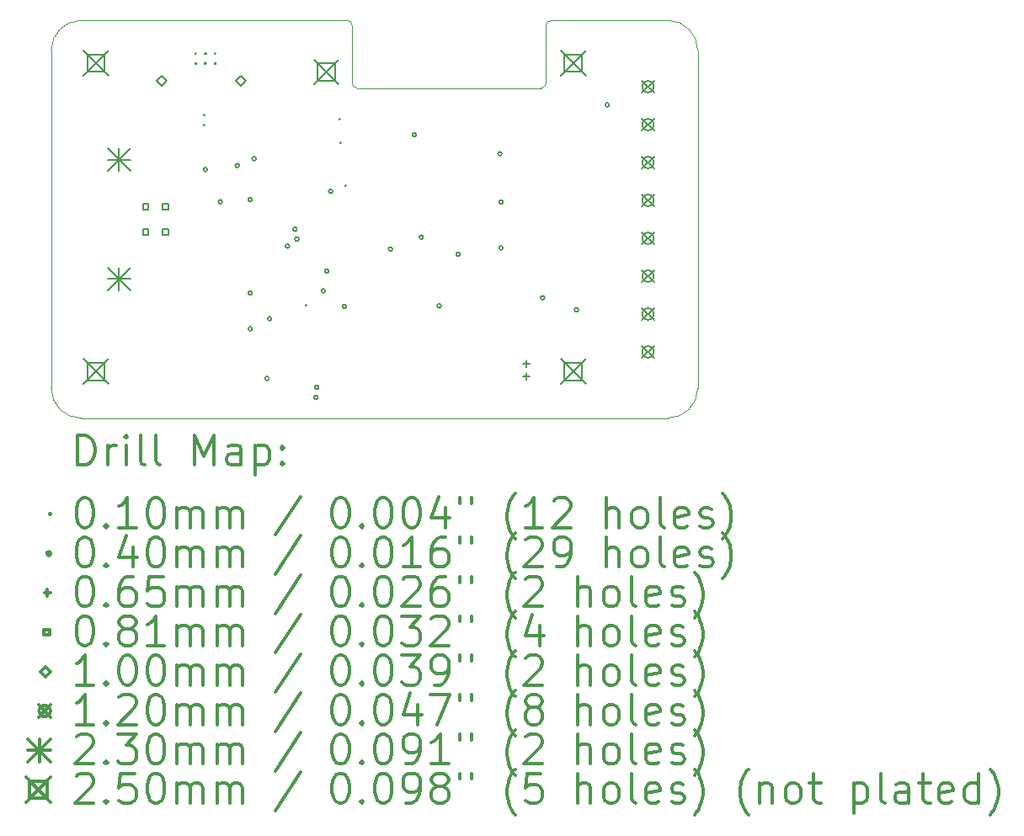
<source format=gbr>
%FSLAX45Y45*%
G04 Gerber Fmt 4.5, Leading zero omitted, Abs format (unit mm)*
G04 Created by KiCad (PCBNEW 4.0.6) date Sun Aug 12 18:14:53 2018*
%MOMM*%
%LPD*%
G01*
G04 APERTURE LIST*
%ADD10C,0.127000*%
%ADD11C,0.100000*%
%ADD12C,0.200000*%
%ADD13C,0.300000*%
G04 APERTURE END LIST*
D10*
D11*
X4925000Y3320000D02*
G75*
G03X4975000Y3370000I0J50000D01*
G01*
X3025000Y3370000D02*
G75*
G03X3075000Y3320000I50000J0D01*
G01*
X6200000Y4000000D02*
X5025000Y4000000D01*
X5025000Y4000000D02*
G75*
G03X4975000Y3950000I0J-50000D01*
G01*
X3025000Y3950000D02*
G75*
G03X2975000Y4000000I-50000J0D01*
G01*
X4975000Y3370000D02*
X4975000Y3950000D01*
X3075000Y3320000D02*
X4925000Y3320000D01*
X3025000Y3950000D02*
X3025000Y3370000D01*
X300000Y4000000D02*
X2975000Y4000000D01*
X0Y300000D02*
G75*
G03X300000Y0I300000J0D01*
G01*
X6200000Y0D02*
G75*
G03X6500000Y300000I0J300000D01*
G01*
X6500000Y3700000D02*
G75*
G03X6200000Y4000000I-300000J0D01*
G01*
X300000Y4000000D02*
G75*
G03X0Y3700000I0J-300000D01*
G01*
X0Y300000D02*
X0Y3700000D01*
X6200000Y0D02*
X300000Y0D01*
X6500000Y3700000D02*
X6500000Y300000D01*
D12*
X1445000Y3675000D02*
X1455000Y3665000D01*
X1455000Y3675000D02*
X1445000Y3665000D01*
X1445000Y3575000D02*
X1455000Y3565000D01*
X1455000Y3575000D02*
X1445000Y3565000D01*
X1535000Y3055000D02*
X1545000Y3045000D01*
X1545000Y3055000D02*
X1535000Y3045000D01*
X1535000Y2955000D02*
X1545000Y2945000D01*
X1545000Y2955000D02*
X1535000Y2945000D01*
X1545000Y3675000D02*
X1555000Y3665000D01*
X1555000Y3675000D02*
X1545000Y3665000D01*
X1545000Y3575000D02*
X1555000Y3565000D01*
X1555000Y3575000D02*
X1545000Y3565000D01*
X1645000Y3675000D02*
X1655000Y3665000D01*
X1655000Y3675000D02*
X1645000Y3665000D01*
X1645000Y3575000D02*
X1655000Y3565000D01*
X1655000Y3575000D02*
X1645000Y3565000D01*
X2556000Y1141000D02*
X2566000Y1131000D01*
X2566000Y1141000D02*
X2556000Y1131000D01*
X2895000Y3015000D02*
X2905000Y3005000D01*
X2905000Y3015000D02*
X2895000Y3005000D01*
X2905000Y2775000D02*
X2915000Y2765000D01*
X2915000Y2775000D02*
X2905000Y2765000D01*
X2955000Y2345000D02*
X2965000Y2335000D01*
X2965000Y2345000D02*
X2955000Y2335000D01*
X1570000Y2500000D02*
G75*
G03X1570000Y2500000I-20000J0D01*
G01*
X1720000Y2175000D02*
G75*
G03X1720000Y2175000I-20000J0D01*
G01*
X1890000Y2540000D02*
G75*
G03X1890000Y2540000I-20000J0D01*
G01*
X2020000Y2200000D02*
G75*
G03X2020000Y2200000I-20000J0D01*
G01*
X2020000Y1260000D02*
G75*
G03X2020000Y1260000I-20000J0D01*
G01*
X2020000Y900000D02*
G75*
G03X2020000Y900000I-20000J0D01*
G01*
X2060000Y2610000D02*
G75*
G03X2060000Y2610000I-20000J0D01*
G01*
X2190000Y400000D02*
G75*
G03X2190000Y400000I-20000J0D01*
G01*
X2215000Y1000000D02*
G75*
G03X2215000Y1000000I-20000J0D01*
G01*
X2395000Y1730000D02*
G75*
G03X2395000Y1730000I-20000J0D01*
G01*
X2470000Y1900000D02*
G75*
G03X2470000Y1900000I-20000J0D01*
G01*
X2490000Y1800000D02*
G75*
G03X2490000Y1800000I-20000J0D01*
G01*
X2680000Y210000D02*
G75*
G03X2680000Y210000I-20000J0D01*
G01*
X2690000Y310000D02*
G75*
G03X2690000Y310000I-20000J0D01*
G01*
X2755000Y1280000D02*
G75*
G03X2755000Y1280000I-20000J0D01*
G01*
X2790000Y1480000D02*
G75*
G03X2790000Y1480000I-20000J0D01*
G01*
X2830000Y2280000D02*
G75*
G03X2830000Y2280000I-20000J0D01*
G01*
X2967500Y1125000D02*
G75*
G03X2967500Y1125000I-20000J0D01*
G01*
X3430000Y1700000D02*
G75*
G03X3430000Y1700000I-20000J0D01*
G01*
X3670000Y2850000D02*
G75*
G03X3670000Y2850000I-20000J0D01*
G01*
X3740000Y1820000D02*
G75*
G03X3740000Y1820000I-20000J0D01*
G01*
X3920000Y1130000D02*
G75*
G03X3920000Y1130000I-20000J0D01*
G01*
X4110000Y1650000D02*
G75*
G03X4110000Y1650000I-20000J0D01*
G01*
X4530000Y2660000D02*
G75*
G03X4530000Y2660000I-20000J0D01*
G01*
X4542500Y2175000D02*
G75*
G03X4542500Y2175000I-20000J0D01*
G01*
X4542500Y1712500D02*
G75*
G03X4542500Y1712500I-20000J0D01*
G01*
X4960000Y1210000D02*
G75*
G03X4960000Y1210000I-20000J0D01*
G01*
X5300000Y1090000D02*
G75*
G03X5300000Y1090000I-20000J0D01*
G01*
X5610000Y3150000D02*
G75*
G03X5610000Y3150000I-20000J0D01*
G01*
X4773800Y579500D02*
X4773800Y514500D01*
X4741300Y547000D02*
X4806300Y547000D01*
X4773800Y452500D02*
X4773800Y387500D01*
X4741300Y420000D02*
X4806300Y420000D01*
X978638Y2098362D02*
X978638Y2155638D01*
X921362Y2155638D01*
X921362Y2098362D01*
X978638Y2098362D01*
X978638Y1844362D02*
X978638Y1901638D01*
X921362Y1901638D01*
X921362Y1844362D01*
X978638Y1844362D01*
X1178638Y2098362D02*
X1178638Y2155638D01*
X1121362Y2155638D01*
X1121362Y2098362D01*
X1178638Y2098362D01*
X1178638Y1844362D02*
X1178638Y1901638D01*
X1121362Y1901638D01*
X1121362Y1844362D01*
X1178638Y1844362D01*
X1107000Y3340000D02*
X1157000Y3390000D01*
X1107000Y3440000D01*
X1057000Y3390000D01*
X1107000Y3340000D01*
X1905000Y3340000D02*
X1955000Y3390000D01*
X1905000Y3440000D01*
X1855000Y3390000D01*
X1905000Y3340000D01*
X5940000Y3393500D02*
X6060000Y3273500D01*
X6060000Y3393500D02*
X5940000Y3273500D01*
X6060000Y3333500D02*
G75*
G03X6060000Y3333500I-60000J0D01*
G01*
X5940000Y3012500D02*
X6060000Y2892500D01*
X6060000Y3012500D02*
X5940000Y2892500D01*
X6060000Y2952500D02*
G75*
G03X6060000Y2952500I-60000J0D01*
G01*
X5940000Y2631500D02*
X6060000Y2511500D01*
X6060000Y2631500D02*
X5940000Y2511500D01*
X6060000Y2571500D02*
G75*
G03X6060000Y2571500I-60000J0D01*
G01*
X5940000Y2250500D02*
X6060000Y2130500D01*
X6060000Y2250500D02*
X5940000Y2130500D01*
X6060000Y2190500D02*
G75*
G03X6060000Y2190500I-60000J0D01*
G01*
X5940000Y1869500D02*
X6060000Y1749500D01*
X6060000Y1869500D02*
X5940000Y1749500D01*
X6060000Y1809500D02*
G75*
G03X6060000Y1809500I-60000J0D01*
G01*
X5940000Y1488500D02*
X6060000Y1368500D01*
X6060000Y1488500D02*
X5940000Y1368500D01*
X6060000Y1428500D02*
G75*
G03X6060000Y1428500I-60000J0D01*
G01*
X5940000Y1107500D02*
X6060000Y987500D01*
X6060000Y1107500D02*
X5940000Y987500D01*
X6060000Y1047500D02*
G75*
G03X6060000Y1047500I-60000J0D01*
G01*
X5940000Y726500D02*
X6060000Y606500D01*
X6060000Y726500D02*
X5940000Y606500D01*
X6060000Y666500D02*
G75*
G03X6060000Y666500I-60000J0D01*
G01*
X565000Y2715000D02*
X795000Y2485000D01*
X795000Y2715000D02*
X565000Y2485000D01*
X680000Y2715000D02*
X680000Y2485000D01*
X565000Y2600000D02*
X795000Y2600000D01*
X565000Y1515000D02*
X795000Y1285000D01*
X795000Y1515000D02*
X565000Y1285000D01*
X680000Y1515000D02*
X680000Y1285000D01*
X565000Y1400000D02*
X795000Y1400000D01*
X325000Y3695000D02*
X575000Y3445000D01*
X575000Y3695000D02*
X325000Y3445000D01*
X538389Y3481611D02*
X538389Y3658389D01*
X361611Y3658389D01*
X361611Y3481611D01*
X538389Y3481611D01*
X325000Y595000D02*
X575000Y345000D01*
X575000Y595000D02*
X325000Y345000D01*
X538389Y381611D02*
X538389Y558389D01*
X361611Y558389D01*
X361611Y381611D01*
X538389Y381611D01*
X2640000Y3605000D02*
X2890000Y3355000D01*
X2890000Y3605000D02*
X2640000Y3355000D01*
X2853389Y3391611D02*
X2853389Y3568389D01*
X2676611Y3568389D01*
X2676611Y3391611D01*
X2853389Y3391611D01*
X5125000Y3695000D02*
X5375000Y3445000D01*
X5375000Y3695000D02*
X5125000Y3445000D01*
X5338389Y3481611D02*
X5338389Y3658389D01*
X5161611Y3658389D01*
X5161611Y3481611D01*
X5338389Y3481611D01*
X5125000Y595000D02*
X5375000Y345000D01*
X5375000Y595000D02*
X5125000Y345000D01*
X5338389Y381611D02*
X5338389Y558389D01*
X5161611Y558389D01*
X5161611Y381611D01*
X5338389Y381611D01*
D13*
X266429Y-470714D02*
X266429Y-170714D01*
X337857Y-170714D01*
X380714Y-185000D01*
X409286Y-213571D01*
X423571Y-242143D01*
X437857Y-299286D01*
X437857Y-342143D01*
X423571Y-399286D01*
X409286Y-427857D01*
X380714Y-456429D01*
X337857Y-470714D01*
X266429Y-470714D01*
X566429Y-470714D02*
X566429Y-270714D01*
X566429Y-327857D02*
X580714Y-299286D01*
X595000Y-285000D01*
X623571Y-270714D01*
X652143Y-270714D01*
X752143Y-470714D02*
X752143Y-270714D01*
X752143Y-170714D02*
X737857Y-185000D01*
X752143Y-199286D01*
X766428Y-185000D01*
X752143Y-170714D01*
X752143Y-199286D01*
X937857Y-470714D02*
X909286Y-456429D01*
X895000Y-427857D01*
X895000Y-170714D01*
X1095000Y-470714D02*
X1066429Y-456429D01*
X1052143Y-427857D01*
X1052143Y-170714D01*
X1437857Y-470714D02*
X1437857Y-170714D01*
X1537857Y-385000D01*
X1637857Y-170714D01*
X1637857Y-470714D01*
X1909286Y-470714D02*
X1909286Y-313572D01*
X1895000Y-285000D01*
X1866428Y-270714D01*
X1809286Y-270714D01*
X1780714Y-285000D01*
X1909286Y-456429D02*
X1880714Y-470714D01*
X1809286Y-470714D01*
X1780714Y-456429D01*
X1766428Y-427857D01*
X1766428Y-399286D01*
X1780714Y-370714D01*
X1809286Y-356429D01*
X1880714Y-356429D01*
X1909286Y-342143D01*
X2052143Y-270714D02*
X2052143Y-570714D01*
X2052143Y-285000D02*
X2080714Y-270714D01*
X2137857Y-270714D01*
X2166429Y-285000D01*
X2180714Y-299286D01*
X2195000Y-327857D01*
X2195000Y-413571D01*
X2180714Y-442143D01*
X2166429Y-456429D01*
X2137857Y-470714D01*
X2080714Y-470714D01*
X2052143Y-456429D01*
X2323571Y-442143D02*
X2337857Y-456429D01*
X2323571Y-470714D01*
X2309286Y-456429D01*
X2323571Y-442143D01*
X2323571Y-470714D01*
X2323571Y-285000D02*
X2337857Y-299286D01*
X2323571Y-313572D01*
X2309286Y-299286D01*
X2323571Y-285000D01*
X2323571Y-313572D01*
X-15000Y-960000D02*
X-5000Y-970000D01*
X-5000Y-960000D02*
X-15000Y-970000D01*
X323571Y-800714D02*
X352143Y-800714D01*
X380714Y-815000D01*
X395000Y-829286D01*
X409286Y-857857D01*
X423571Y-915000D01*
X423571Y-986429D01*
X409286Y-1043571D01*
X395000Y-1072143D01*
X380714Y-1086429D01*
X352143Y-1100714D01*
X323571Y-1100714D01*
X295000Y-1086429D01*
X280714Y-1072143D01*
X266429Y-1043571D01*
X252143Y-986429D01*
X252143Y-915000D01*
X266429Y-857857D01*
X280714Y-829286D01*
X295000Y-815000D01*
X323571Y-800714D01*
X552143Y-1072143D02*
X566429Y-1086429D01*
X552143Y-1100714D01*
X537857Y-1086429D01*
X552143Y-1072143D01*
X552143Y-1100714D01*
X852143Y-1100714D02*
X680714Y-1100714D01*
X766428Y-1100714D02*
X766428Y-800714D01*
X737857Y-843571D01*
X709286Y-872143D01*
X680714Y-886429D01*
X1037857Y-800714D02*
X1066429Y-800714D01*
X1095000Y-815000D01*
X1109286Y-829286D01*
X1123571Y-857857D01*
X1137857Y-915000D01*
X1137857Y-986429D01*
X1123571Y-1043571D01*
X1109286Y-1072143D01*
X1095000Y-1086429D01*
X1066429Y-1100714D01*
X1037857Y-1100714D01*
X1009286Y-1086429D01*
X995000Y-1072143D01*
X980714Y-1043571D01*
X966428Y-986429D01*
X966428Y-915000D01*
X980714Y-857857D01*
X995000Y-829286D01*
X1009286Y-815000D01*
X1037857Y-800714D01*
X1266429Y-1100714D02*
X1266429Y-900714D01*
X1266429Y-929286D02*
X1280714Y-915000D01*
X1309286Y-900714D01*
X1352143Y-900714D01*
X1380714Y-915000D01*
X1395000Y-943571D01*
X1395000Y-1100714D01*
X1395000Y-943571D02*
X1409286Y-915000D01*
X1437857Y-900714D01*
X1480714Y-900714D01*
X1509286Y-915000D01*
X1523571Y-943571D01*
X1523571Y-1100714D01*
X1666428Y-1100714D02*
X1666428Y-900714D01*
X1666428Y-929286D02*
X1680714Y-915000D01*
X1709286Y-900714D01*
X1752143Y-900714D01*
X1780714Y-915000D01*
X1795000Y-943571D01*
X1795000Y-1100714D01*
X1795000Y-943571D02*
X1809286Y-915000D01*
X1837857Y-900714D01*
X1880714Y-900714D01*
X1909286Y-915000D01*
X1923571Y-943571D01*
X1923571Y-1100714D01*
X2509286Y-786429D02*
X2252143Y-1172143D01*
X2895000Y-800714D02*
X2923571Y-800714D01*
X2952143Y-815000D01*
X2966428Y-829286D01*
X2980714Y-857857D01*
X2995000Y-915000D01*
X2995000Y-986429D01*
X2980714Y-1043571D01*
X2966428Y-1072143D01*
X2952143Y-1086429D01*
X2923571Y-1100714D01*
X2895000Y-1100714D01*
X2866428Y-1086429D01*
X2852143Y-1072143D01*
X2837857Y-1043571D01*
X2823571Y-986429D01*
X2823571Y-915000D01*
X2837857Y-857857D01*
X2852143Y-829286D01*
X2866428Y-815000D01*
X2895000Y-800714D01*
X3123571Y-1072143D02*
X3137857Y-1086429D01*
X3123571Y-1100714D01*
X3109286Y-1086429D01*
X3123571Y-1072143D01*
X3123571Y-1100714D01*
X3323571Y-800714D02*
X3352143Y-800714D01*
X3380714Y-815000D01*
X3395000Y-829286D01*
X3409285Y-857857D01*
X3423571Y-915000D01*
X3423571Y-986429D01*
X3409285Y-1043571D01*
X3395000Y-1072143D01*
X3380714Y-1086429D01*
X3352143Y-1100714D01*
X3323571Y-1100714D01*
X3295000Y-1086429D01*
X3280714Y-1072143D01*
X3266428Y-1043571D01*
X3252143Y-986429D01*
X3252143Y-915000D01*
X3266428Y-857857D01*
X3280714Y-829286D01*
X3295000Y-815000D01*
X3323571Y-800714D01*
X3609285Y-800714D02*
X3637857Y-800714D01*
X3666428Y-815000D01*
X3680714Y-829286D01*
X3695000Y-857857D01*
X3709285Y-915000D01*
X3709285Y-986429D01*
X3695000Y-1043571D01*
X3680714Y-1072143D01*
X3666428Y-1086429D01*
X3637857Y-1100714D01*
X3609285Y-1100714D01*
X3580714Y-1086429D01*
X3566428Y-1072143D01*
X3552143Y-1043571D01*
X3537857Y-986429D01*
X3537857Y-915000D01*
X3552143Y-857857D01*
X3566428Y-829286D01*
X3580714Y-815000D01*
X3609285Y-800714D01*
X3966428Y-900714D02*
X3966428Y-1100714D01*
X3895000Y-786429D02*
X3823571Y-1000714D01*
X4009285Y-1000714D01*
X4109286Y-800714D02*
X4109286Y-857857D01*
X4223571Y-800714D02*
X4223571Y-857857D01*
X4666428Y-1215000D02*
X4652143Y-1200714D01*
X4623571Y-1157857D01*
X4609286Y-1129286D01*
X4595000Y-1086429D01*
X4580714Y-1015000D01*
X4580714Y-957857D01*
X4595000Y-886429D01*
X4609286Y-843571D01*
X4623571Y-815000D01*
X4652143Y-772143D01*
X4666428Y-757857D01*
X4937857Y-1100714D02*
X4766428Y-1100714D01*
X4852143Y-1100714D02*
X4852143Y-800714D01*
X4823571Y-843571D01*
X4795000Y-872143D01*
X4766428Y-886429D01*
X5052143Y-829286D02*
X5066428Y-815000D01*
X5095000Y-800714D01*
X5166428Y-800714D01*
X5195000Y-815000D01*
X5209286Y-829286D01*
X5223571Y-857857D01*
X5223571Y-886429D01*
X5209286Y-929286D01*
X5037857Y-1100714D01*
X5223571Y-1100714D01*
X5580714Y-1100714D02*
X5580714Y-800714D01*
X5709285Y-1100714D02*
X5709285Y-943571D01*
X5695000Y-915000D01*
X5666428Y-900714D01*
X5623571Y-900714D01*
X5595000Y-915000D01*
X5580714Y-929286D01*
X5895000Y-1100714D02*
X5866428Y-1086429D01*
X5852143Y-1072143D01*
X5837857Y-1043571D01*
X5837857Y-957857D01*
X5852143Y-929286D01*
X5866428Y-915000D01*
X5895000Y-900714D01*
X5937857Y-900714D01*
X5966428Y-915000D01*
X5980714Y-929286D01*
X5995000Y-957857D01*
X5995000Y-1043571D01*
X5980714Y-1072143D01*
X5966428Y-1086429D01*
X5937857Y-1100714D01*
X5895000Y-1100714D01*
X6166428Y-1100714D02*
X6137857Y-1086429D01*
X6123571Y-1057857D01*
X6123571Y-800714D01*
X6395000Y-1086429D02*
X6366428Y-1100714D01*
X6309286Y-1100714D01*
X6280714Y-1086429D01*
X6266428Y-1057857D01*
X6266428Y-943571D01*
X6280714Y-915000D01*
X6309286Y-900714D01*
X6366428Y-900714D01*
X6395000Y-915000D01*
X6409286Y-943571D01*
X6409286Y-972143D01*
X6266428Y-1000714D01*
X6523571Y-1086429D02*
X6552143Y-1100714D01*
X6609286Y-1100714D01*
X6637857Y-1086429D01*
X6652143Y-1057857D01*
X6652143Y-1043571D01*
X6637857Y-1015000D01*
X6609286Y-1000714D01*
X6566428Y-1000714D01*
X6537857Y-986429D01*
X6523571Y-957857D01*
X6523571Y-943571D01*
X6537857Y-915000D01*
X6566428Y-900714D01*
X6609286Y-900714D01*
X6637857Y-915000D01*
X6752143Y-1215000D02*
X6766428Y-1200714D01*
X6795000Y-1157857D01*
X6809286Y-1129286D01*
X6823571Y-1086429D01*
X6837857Y-1015000D01*
X6837857Y-957857D01*
X6823571Y-886429D01*
X6809286Y-843571D01*
X6795000Y-815000D01*
X6766428Y-772143D01*
X6752143Y-757857D01*
X-5000Y-1361000D02*
G75*
G03X-5000Y-1361000I-20000J0D01*
G01*
X323571Y-1196714D02*
X352143Y-1196714D01*
X380714Y-1211000D01*
X395000Y-1225286D01*
X409286Y-1253857D01*
X423571Y-1311000D01*
X423571Y-1382429D01*
X409286Y-1439571D01*
X395000Y-1468143D01*
X380714Y-1482429D01*
X352143Y-1496714D01*
X323571Y-1496714D01*
X295000Y-1482429D01*
X280714Y-1468143D01*
X266429Y-1439571D01*
X252143Y-1382429D01*
X252143Y-1311000D01*
X266429Y-1253857D01*
X280714Y-1225286D01*
X295000Y-1211000D01*
X323571Y-1196714D01*
X552143Y-1468143D02*
X566429Y-1482429D01*
X552143Y-1496714D01*
X537857Y-1482429D01*
X552143Y-1468143D01*
X552143Y-1496714D01*
X823571Y-1296714D02*
X823571Y-1496714D01*
X752143Y-1182429D02*
X680714Y-1396714D01*
X866428Y-1396714D01*
X1037857Y-1196714D02*
X1066429Y-1196714D01*
X1095000Y-1211000D01*
X1109286Y-1225286D01*
X1123571Y-1253857D01*
X1137857Y-1311000D01*
X1137857Y-1382429D01*
X1123571Y-1439571D01*
X1109286Y-1468143D01*
X1095000Y-1482429D01*
X1066429Y-1496714D01*
X1037857Y-1496714D01*
X1009286Y-1482429D01*
X995000Y-1468143D01*
X980714Y-1439571D01*
X966428Y-1382429D01*
X966428Y-1311000D01*
X980714Y-1253857D01*
X995000Y-1225286D01*
X1009286Y-1211000D01*
X1037857Y-1196714D01*
X1266429Y-1496714D02*
X1266429Y-1296714D01*
X1266429Y-1325286D02*
X1280714Y-1311000D01*
X1309286Y-1296714D01*
X1352143Y-1296714D01*
X1380714Y-1311000D01*
X1395000Y-1339572D01*
X1395000Y-1496714D01*
X1395000Y-1339572D02*
X1409286Y-1311000D01*
X1437857Y-1296714D01*
X1480714Y-1296714D01*
X1509286Y-1311000D01*
X1523571Y-1339572D01*
X1523571Y-1496714D01*
X1666428Y-1496714D02*
X1666428Y-1296714D01*
X1666428Y-1325286D02*
X1680714Y-1311000D01*
X1709286Y-1296714D01*
X1752143Y-1296714D01*
X1780714Y-1311000D01*
X1795000Y-1339572D01*
X1795000Y-1496714D01*
X1795000Y-1339572D02*
X1809286Y-1311000D01*
X1837857Y-1296714D01*
X1880714Y-1296714D01*
X1909286Y-1311000D01*
X1923571Y-1339572D01*
X1923571Y-1496714D01*
X2509286Y-1182429D02*
X2252143Y-1568143D01*
X2895000Y-1196714D02*
X2923571Y-1196714D01*
X2952143Y-1211000D01*
X2966428Y-1225286D01*
X2980714Y-1253857D01*
X2995000Y-1311000D01*
X2995000Y-1382429D01*
X2980714Y-1439571D01*
X2966428Y-1468143D01*
X2952143Y-1482429D01*
X2923571Y-1496714D01*
X2895000Y-1496714D01*
X2866428Y-1482429D01*
X2852143Y-1468143D01*
X2837857Y-1439571D01*
X2823571Y-1382429D01*
X2823571Y-1311000D01*
X2837857Y-1253857D01*
X2852143Y-1225286D01*
X2866428Y-1211000D01*
X2895000Y-1196714D01*
X3123571Y-1468143D02*
X3137857Y-1482429D01*
X3123571Y-1496714D01*
X3109286Y-1482429D01*
X3123571Y-1468143D01*
X3123571Y-1496714D01*
X3323571Y-1196714D02*
X3352143Y-1196714D01*
X3380714Y-1211000D01*
X3395000Y-1225286D01*
X3409285Y-1253857D01*
X3423571Y-1311000D01*
X3423571Y-1382429D01*
X3409285Y-1439571D01*
X3395000Y-1468143D01*
X3380714Y-1482429D01*
X3352143Y-1496714D01*
X3323571Y-1496714D01*
X3295000Y-1482429D01*
X3280714Y-1468143D01*
X3266428Y-1439571D01*
X3252143Y-1382429D01*
X3252143Y-1311000D01*
X3266428Y-1253857D01*
X3280714Y-1225286D01*
X3295000Y-1211000D01*
X3323571Y-1196714D01*
X3709285Y-1496714D02*
X3537857Y-1496714D01*
X3623571Y-1496714D02*
X3623571Y-1196714D01*
X3595000Y-1239572D01*
X3566428Y-1268143D01*
X3537857Y-1282429D01*
X3966428Y-1196714D02*
X3909285Y-1196714D01*
X3880714Y-1211000D01*
X3866428Y-1225286D01*
X3837857Y-1268143D01*
X3823571Y-1325286D01*
X3823571Y-1439571D01*
X3837857Y-1468143D01*
X3852143Y-1482429D01*
X3880714Y-1496714D01*
X3937857Y-1496714D01*
X3966428Y-1482429D01*
X3980714Y-1468143D01*
X3995000Y-1439571D01*
X3995000Y-1368143D01*
X3980714Y-1339572D01*
X3966428Y-1325286D01*
X3937857Y-1311000D01*
X3880714Y-1311000D01*
X3852143Y-1325286D01*
X3837857Y-1339572D01*
X3823571Y-1368143D01*
X4109286Y-1196714D02*
X4109286Y-1253857D01*
X4223571Y-1196714D02*
X4223571Y-1253857D01*
X4666428Y-1611000D02*
X4652143Y-1596714D01*
X4623571Y-1553857D01*
X4609286Y-1525286D01*
X4595000Y-1482429D01*
X4580714Y-1411000D01*
X4580714Y-1353857D01*
X4595000Y-1282429D01*
X4609286Y-1239572D01*
X4623571Y-1211000D01*
X4652143Y-1168143D01*
X4666428Y-1153857D01*
X4766428Y-1225286D02*
X4780714Y-1211000D01*
X4809286Y-1196714D01*
X4880714Y-1196714D01*
X4909286Y-1211000D01*
X4923571Y-1225286D01*
X4937857Y-1253857D01*
X4937857Y-1282429D01*
X4923571Y-1325286D01*
X4752143Y-1496714D01*
X4937857Y-1496714D01*
X5080714Y-1496714D02*
X5137857Y-1496714D01*
X5166428Y-1482429D01*
X5180714Y-1468143D01*
X5209286Y-1425286D01*
X5223571Y-1368143D01*
X5223571Y-1253857D01*
X5209286Y-1225286D01*
X5195000Y-1211000D01*
X5166428Y-1196714D01*
X5109286Y-1196714D01*
X5080714Y-1211000D01*
X5066428Y-1225286D01*
X5052143Y-1253857D01*
X5052143Y-1325286D01*
X5066428Y-1353857D01*
X5080714Y-1368143D01*
X5109286Y-1382429D01*
X5166428Y-1382429D01*
X5195000Y-1368143D01*
X5209286Y-1353857D01*
X5223571Y-1325286D01*
X5580714Y-1496714D02*
X5580714Y-1196714D01*
X5709285Y-1496714D02*
X5709285Y-1339572D01*
X5695000Y-1311000D01*
X5666428Y-1296714D01*
X5623571Y-1296714D01*
X5595000Y-1311000D01*
X5580714Y-1325286D01*
X5895000Y-1496714D02*
X5866428Y-1482429D01*
X5852143Y-1468143D01*
X5837857Y-1439571D01*
X5837857Y-1353857D01*
X5852143Y-1325286D01*
X5866428Y-1311000D01*
X5895000Y-1296714D01*
X5937857Y-1296714D01*
X5966428Y-1311000D01*
X5980714Y-1325286D01*
X5995000Y-1353857D01*
X5995000Y-1439571D01*
X5980714Y-1468143D01*
X5966428Y-1482429D01*
X5937857Y-1496714D01*
X5895000Y-1496714D01*
X6166428Y-1496714D02*
X6137857Y-1482429D01*
X6123571Y-1453857D01*
X6123571Y-1196714D01*
X6395000Y-1482429D02*
X6366428Y-1496714D01*
X6309286Y-1496714D01*
X6280714Y-1482429D01*
X6266428Y-1453857D01*
X6266428Y-1339572D01*
X6280714Y-1311000D01*
X6309286Y-1296714D01*
X6366428Y-1296714D01*
X6395000Y-1311000D01*
X6409286Y-1339572D01*
X6409286Y-1368143D01*
X6266428Y-1396714D01*
X6523571Y-1482429D02*
X6552143Y-1496714D01*
X6609286Y-1496714D01*
X6637857Y-1482429D01*
X6652143Y-1453857D01*
X6652143Y-1439571D01*
X6637857Y-1411000D01*
X6609286Y-1396714D01*
X6566428Y-1396714D01*
X6537857Y-1382429D01*
X6523571Y-1353857D01*
X6523571Y-1339572D01*
X6537857Y-1311000D01*
X6566428Y-1296714D01*
X6609286Y-1296714D01*
X6637857Y-1311000D01*
X6752143Y-1611000D02*
X6766428Y-1596714D01*
X6795000Y-1553857D01*
X6809286Y-1525286D01*
X6823571Y-1482429D01*
X6837857Y-1411000D01*
X6837857Y-1353857D01*
X6823571Y-1282429D01*
X6809286Y-1239572D01*
X6795000Y-1211000D01*
X6766428Y-1168143D01*
X6752143Y-1153857D01*
X-37500Y-1724500D02*
X-37500Y-1789500D01*
X-70000Y-1757000D02*
X-5000Y-1757000D01*
X323571Y-1592714D02*
X352143Y-1592714D01*
X380714Y-1607000D01*
X395000Y-1621286D01*
X409286Y-1649857D01*
X423571Y-1707000D01*
X423571Y-1778429D01*
X409286Y-1835571D01*
X395000Y-1864143D01*
X380714Y-1878429D01*
X352143Y-1892714D01*
X323571Y-1892714D01*
X295000Y-1878429D01*
X280714Y-1864143D01*
X266429Y-1835571D01*
X252143Y-1778429D01*
X252143Y-1707000D01*
X266429Y-1649857D01*
X280714Y-1621286D01*
X295000Y-1607000D01*
X323571Y-1592714D01*
X552143Y-1864143D02*
X566429Y-1878429D01*
X552143Y-1892714D01*
X537857Y-1878429D01*
X552143Y-1864143D01*
X552143Y-1892714D01*
X823571Y-1592714D02*
X766428Y-1592714D01*
X737857Y-1607000D01*
X723571Y-1621286D01*
X695000Y-1664143D01*
X680714Y-1721286D01*
X680714Y-1835571D01*
X695000Y-1864143D01*
X709286Y-1878429D01*
X737857Y-1892714D01*
X795000Y-1892714D01*
X823571Y-1878429D01*
X837857Y-1864143D01*
X852143Y-1835571D01*
X852143Y-1764143D01*
X837857Y-1735571D01*
X823571Y-1721286D01*
X795000Y-1707000D01*
X737857Y-1707000D01*
X709286Y-1721286D01*
X695000Y-1735571D01*
X680714Y-1764143D01*
X1123571Y-1592714D02*
X980714Y-1592714D01*
X966428Y-1735571D01*
X980714Y-1721286D01*
X1009286Y-1707000D01*
X1080714Y-1707000D01*
X1109286Y-1721286D01*
X1123571Y-1735571D01*
X1137857Y-1764143D01*
X1137857Y-1835571D01*
X1123571Y-1864143D01*
X1109286Y-1878429D01*
X1080714Y-1892714D01*
X1009286Y-1892714D01*
X980714Y-1878429D01*
X966428Y-1864143D01*
X1266429Y-1892714D02*
X1266429Y-1692714D01*
X1266429Y-1721286D02*
X1280714Y-1707000D01*
X1309286Y-1692714D01*
X1352143Y-1692714D01*
X1380714Y-1707000D01*
X1395000Y-1735571D01*
X1395000Y-1892714D01*
X1395000Y-1735571D02*
X1409286Y-1707000D01*
X1437857Y-1692714D01*
X1480714Y-1692714D01*
X1509286Y-1707000D01*
X1523571Y-1735571D01*
X1523571Y-1892714D01*
X1666428Y-1892714D02*
X1666428Y-1692714D01*
X1666428Y-1721286D02*
X1680714Y-1707000D01*
X1709286Y-1692714D01*
X1752143Y-1692714D01*
X1780714Y-1707000D01*
X1795000Y-1735571D01*
X1795000Y-1892714D01*
X1795000Y-1735571D02*
X1809286Y-1707000D01*
X1837857Y-1692714D01*
X1880714Y-1692714D01*
X1909286Y-1707000D01*
X1923571Y-1735571D01*
X1923571Y-1892714D01*
X2509286Y-1578429D02*
X2252143Y-1964143D01*
X2895000Y-1592714D02*
X2923571Y-1592714D01*
X2952143Y-1607000D01*
X2966428Y-1621286D01*
X2980714Y-1649857D01*
X2995000Y-1707000D01*
X2995000Y-1778429D01*
X2980714Y-1835571D01*
X2966428Y-1864143D01*
X2952143Y-1878429D01*
X2923571Y-1892714D01*
X2895000Y-1892714D01*
X2866428Y-1878429D01*
X2852143Y-1864143D01*
X2837857Y-1835571D01*
X2823571Y-1778429D01*
X2823571Y-1707000D01*
X2837857Y-1649857D01*
X2852143Y-1621286D01*
X2866428Y-1607000D01*
X2895000Y-1592714D01*
X3123571Y-1864143D02*
X3137857Y-1878429D01*
X3123571Y-1892714D01*
X3109286Y-1878429D01*
X3123571Y-1864143D01*
X3123571Y-1892714D01*
X3323571Y-1592714D02*
X3352143Y-1592714D01*
X3380714Y-1607000D01*
X3395000Y-1621286D01*
X3409285Y-1649857D01*
X3423571Y-1707000D01*
X3423571Y-1778429D01*
X3409285Y-1835571D01*
X3395000Y-1864143D01*
X3380714Y-1878429D01*
X3352143Y-1892714D01*
X3323571Y-1892714D01*
X3295000Y-1878429D01*
X3280714Y-1864143D01*
X3266428Y-1835571D01*
X3252143Y-1778429D01*
X3252143Y-1707000D01*
X3266428Y-1649857D01*
X3280714Y-1621286D01*
X3295000Y-1607000D01*
X3323571Y-1592714D01*
X3537857Y-1621286D02*
X3552143Y-1607000D01*
X3580714Y-1592714D01*
X3652143Y-1592714D01*
X3680714Y-1607000D01*
X3695000Y-1621286D01*
X3709285Y-1649857D01*
X3709285Y-1678429D01*
X3695000Y-1721286D01*
X3523571Y-1892714D01*
X3709285Y-1892714D01*
X3966428Y-1592714D02*
X3909285Y-1592714D01*
X3880714Y-1607000D01*
X3866428Y-1621286D01*
X3837857Y-1664143D01*
X3823571Y-1721286D01*
X3823571Y-1835571D01*
X3837857Y-1864143D01*
X3852143Y-1878429D01*
X3880714Y-1892714D01*
X3937857Y-1892714D01*
X3966428Y-1878429D01*
X3980714Y-1864143D01*
X3995000Y-1835571D01*
X3995000Y-1764143D01*
X3980714Y-1735571D01*
X3966428Y-1721286D01*
X3937857Y-1707000D01*
X3880714Y-1707000D01*
X3852143Y-1721286D01*
X3837857Y-1735571D01*
X3823571Y-1764143D01*
X4109286Y-1592714D02*
X4109286Y-1649857D01*
X4223571Y-1592714D02*
X4223571Y-1649857D01*
X4666428Y-2007000D02*
X4652143Y-1992714D01*
X4623571Y-1949857D01*
X4609286Y-1921286D01*
X4595000Y-1878429D01*
X4580714Y-1807000D01*
X4580714Y-1749857D01*
X4595000Y-1678429D01*
X4609286Y-1635571D01*
X4623571Y-1607000D01*
X4652143Y-1564143D01*
X4666428Y-1549857D01*
X4766428Y-1621286D02*
X4780714Y-1607000D01*
X4809286Y-1592714D01*
X4880714Y-1592714D01*
X4909286Y-1607000D01*
X4923571Y-1621286D01*
X4937857Y-1649857D01*
X4937857Y-1678429D01*
X4923571Y-1721286D01*
X4752143Y-1892714D01*
X4937857Y-1892714D01*
X5295000Y-1892714D02*
X5295000Y-1592714D01*
X5423571Y-1892714D02*
X5423571Y-1735571D01*
X5409286Y-1707000D01*
X5380714Y-1692714D01*
X5337857Y-1692714D01*
X5309286Y-1707000D01*
X5295000Y-1721286D01*
X5609285Y-1892714D02*
X5580714Y-1878429D01*
X5566428Y-1864143D01*
X5552143Y-1835571D01*
X5552143Y-1749857D01*
X5566428Y-1721286D01*
X5580714Y-1707000D01*
X5609285Y-1692714D01*
X5652143Y-1692714D01*
X5680714Y-1707000D01*
X5695000Y-1721286D01*
X5709285Y-1749857D01*
X5709285Y-1835571D01*
X5695000Y-1864143D01*
X5680714Y-1878429D01*
X5652143Y-1892714D01*
X5609285Y-1892714D01*
X5880714Y-1892714D02*
X5852143Y-1878429D01*
X5837857Y-1849857D01*
X5837857Y-1592714D01*
X6109286Y-1878429D02*
X6080714Y-1892714D01*
X6023571Y-1892714D01*
X5995000Y-1878429D01*
X5980714Y-1849857D01*
X5980714Y-1735571D01*
X5995000Y-1707000D01*
X6023571Y-1692714D01*
X6080714Y-1692714D01*
X6109286Y-1707000D01*
X6123571Y-1735571D01*
X6123571Y-1764143D01*
X5980714Y-1792714D01*
X6237857Y-1878429D02*
X6266428Y-1892714D01*
X6323571Y-1892714D01*
X6352143Y-1878429D01*
X6366428Y-1849857D01*
X6366428Y-1835571D01*
X6352143Y-1807000D01*
X6323571Y-1792714D01*
X6280714Y-1792714D01*
X6252143Y-1778429D01*
X6237857Y-1749857D01*
X6237857Y-1735571D01*
X6252143Y-1707000D01*
X6280714Y-1692714D01*
X6323571Y-1692714D01*
X6352143Y-1707000D01*
X6466428Y-2007000D02*
X6480714Y-1992714D01*
X6509286Y-1949857D01*
X6523571Y-1921286D01*
X6537857Y-1878429D01*
X6552143Y-1807000D01*
X6552143Y-1749857D01*
X6537857Y-1678429D01*
X6523571Y-1635571D01*
X6509286Y-1607000D01*
X6480714Y-1564143D01*
X6466428Y-1549857D01*
X-16862Y-2181638D02*
X-16862Y-2124362D01*
X-74138Y-2124362D01*
X-74138Y-2181638D01*
X-16862Y-2181638D01*
X323571Y-1988714D02*
X352143Y-1988714D01*
X380714Y-2003000D01*
X395000Y-2017286D01*
X409286Y-2045857D01*
X423571Y-2103000D01*
X423571Y-2174429D01*
X409286Y-2231572D01*
X395000Y-2260143D01*
X380714Y-2274429D01*
X352143Y-2288714D01*
X323571Y-2288714D01*
X295000Y-2274429D01*
X280714Y-2260143D01*
X266429Y-2231572D01*
X252143Y-2174429D01*
X252143Y-2103000D01*
X266429Y-2045857D01*
X280714Y-2017286D01*
X295000Y-2003000D01*
X323571Y-1988714D01*
X552143Y-2260143D02*
X566429Y-2274429D01*
X552143Y-2288714D01*
X537857Y-2274429D01*
X552143Y-2260143D01*
X552143Y-2288714D01*
X737857Y-2117286D02*
X709286Y-2103000D01*
X695000Y-2088714D01*
X680714Y-2060143D01*
X680714Y-2045857D01*
X695000Y-2017286D01*
X709286Y-2003000D01*
X737857Y-1988714D01*
X795000Y-1988714D01*
X823571Y-2003000D01*
X837857Y-2017286D01*
X852143Y-2045857D01*
X852143Y-2060143D01*
X837857Y-2088714D01*
X823571Y-2103000D01*
X795000Y-2117286D01*
X737857Y-2117286D01*
X709286Y-2131572D01*
X695000Y-2145857D01*
X680714Y-2174429D01*
X680714Y-2231572D01*
X695000Y-2260143D01*
X709286Y-2274429D01*
X737857Y-2288714D01*
X795000Y-2288714D01*
X823571Y-2274429D01*
X837857Y-2260143D01*
X852143Y-2231572D01*
X852143Y-2174429D01*
X837857Y-2145857D01*
X823571Y-2131572D01*
X795000Y-2117286D01*
X1137857Y-2288714D02*
X966428Y-2288714D01*
X1052143Y-2288714D02*
X1052143Y-1988714D01*
X1023571Y-2031571D01*
X995000Y-2060143D01*
X966428Y-2074429D01*
X1266429Y-2288714D02*
X1266429Y-2088714D01*
X1266429Y-2117286D02*
X1280714Y-2103000D01*
X1309286Y-2088714D01*
X1352143Y-2088714D01*
X1380714Y-2103000D01*
X1395000Y-2131572D01*
X1395000Y-2288714D01*
X1395000Y-2131572D02*
X1409286Y-2103000D01*
X1437857Y-2088714D01*
X1480714Y-2088714D01*
X1509286Y-2103000D01*
X1523571Y-2131572D01*
X1523571Y-2288714D01*
X1666428Y-2288714D02*
X1666428Y-2088714D01*
X1666428Y-2117286D02*
X1680714Y-2103000D01*
X1709286Y-2088714D01*
X1752143Y-2088714D01*
X1780714Y-2103000D01*
X1795000Y-2131572D01*
X1795000Y-2288714D01*
X1795000Y-2131572D02*
X1809286Y-2103000D01*
X1837857Y-2088714D01*
X1880714Y-2088714D01*
X1909286Y-2103000D01*
X1923571Y-2131572D01*
X1923571Y-2288714D01*
X2509286Y-1974429D02*
X2252143Y-2360143D01*
X2895000Y-1988714D02*
X2923571Y-1988714D01*
X2952143Y-2003000D01*
X2966428Y-2017286D01*
X2980714Y-2045857D01*
X2995000Y-2103000D01*
X2995000Y-2174429D01*
X2980714Y-2231572D01*
X2966428Y-2260143D01*
X2952143Y-2274429D01*
X2923571Y-2288714D01*
X2895000Y-2288714D01*
X2866428Y-2274429D01*
X2852143Y-2260143D01*
X2837857Y-2231572D01*
X2823571Y-2174429D01*
X2823571Y-2103000D01*
X2837857Y-2045857D01*
X2852143Y-2017286D01*
X2866428Y-2003000D01*
X2895000Y-1988714D01*
X3123571Y-2260143D02*
X3137857Y-2274429D01*
X3123571Y-2288714D01*
X3109286Y-2274429D01*
X3123571Y-2260143D01*
X3123571Y-2288714D01*
X3323571Y-1988714D02*
X3352143Y-1988714D01*
X3380714Y-2003000D01*
X3395000Y-2017286D01*
X3409285Y-2045857D01*
X3423571Y-2103000D01*
X3423571Y-2174429D01*
X3409285Y-2231572D01*
X3395000Y-2260143D01*
X3380714Y-2274429D01*
X3352143Y-2288714D01*
X3323571Y-2288714D01*
X3295000Y-2274429D01*
X3280714Y-2260143D01*
X3266428Y-2231572D01*
X3252143Y-2174429D01*
X3252143Y-2103000D01*
X3266428Y-2045857D01*
X3280714Y-2017286D01*
X3295000Y-2003000D01*
X3323571Y-1988714D01*
X3523571Y-1988714D02*
X3709285Y-1988714D01*
X3609285Y-2103000D01*
X3652143Y-2103000D01*
X3680714Y-2117286D01*
X3695000Y-2131572D01*
X3709285Y-2160143D01*
X3709285Y-2231572D01*
X3695000Y-2260143D01*
X3680714Y-2274429D01*
X3652143Y-2288714D01*
X3566428Y-2288714D01*
X3537857Y-2274429D01*
X3523571Y-2260143D01*
X3823571Y-2017286D02*
X3837857Y-2003000D01*
X3866428Y-1988714D01*
X3937857Y-1988714D01*
X3966428Y-2003000D01*
X3980714Y-2017286D01*
X3995000Y-2045857D01*
X3995000Y-2074429D01*
X3980714Y-2117286D01*
X3809285Y-2288714D01*
X3995000Y-2288714D01*
X4109286Y-1988714D02*
X4109286Y-2045857D01*
X4223571Y-1988714D02*
X4223571Y-2045857D01*
X4666428Y-2403000D02*
X4652143Y-2388714D01*
X4623571Y-2345857D01*
X4609286Y-2317286D01*
X4595000Y-2274429D01*
X4580714Y-2203000D01*
X4580714Y-2145857D01*
X4595000Y-2074429D01*
X4609286Y-2031571D01*
X4623571Y-2003000D01*
X4652143Y-1960143D01*
X4666428Y-1945857D01*
X4909286Y-2088714D02*
X4909286Y-2288714D01*
X4837857Y-1974429D02*
X4766428Y-2188714D01*
X4952143Y-2188714D01*
X5295000Y-2288714D02*
X5295000Y-1988714D01*
X5423571Y-2288714D02*
X5423571Y-2131572D01*
X5409286Y-2103000D01*
X5380714Y-2088714D01*
X5337857Y-2088714D01*
X5309286Y-2103000D01*
X5295000Y-2117286D01*
X5609285Y-2288714D02*
X5580714Y-2274429D01*
X5566428Y-2260143D01*
X5552143Y-2231572D01*
X5552143Y-2145857D01*
X5566428Y-2117286D01*
X5580714Y-2103000D01*
X5609285Y-2088714D01*
X5652143Y-2088714D01*
X5680714Y-2103000D01*
X5695000Y-2117286D01*
X5709285Y-2145857D01*
X5709285Y-2231572D01*
X5695000Y-2260143D01*
X5680714Y-2274429D01*
X5652143Y-2288714D01*
X5609285Y-2288714D01*
X5880714Y-2288714D02*
X5852143Y-2274429D01*
X5837857Y-2245857D01*
X5837857Y-1988714D01*
X6109286Y-2274429D02*
X6080714Y-2288714D01*
X6023571Y-2288714D01*
X5995000Y-2274429D01*
X5980714Y-2245857D01*
X5980714Y-2131572D01*
X5995000Y-2103000D01*
X6023571Y-2088714D01*
X6080714Y-2088714D01*
X6109286Y-2103000D01*
X6123571Y-2131572D01*
X6123571Y-2160143D01*
X5980714Y-2188714D01*
X6237857Y-2274429D02*
X6266428Y-2288714D01*
X6323571Y-2288714D01*
X6352143Y-2274429D01*
X6366428Y-2245857D01*
X6366428Y-2231572D01*
X6352143Y-2203000D01*
X6323571Y-2188714D01*
X6280714Y-2188714D01*
X6252143Y-2174429D01*
X6237857Y-2145857D01*
X6237857Y-2131572D01*
X6252143Y-2103000D01*
X6280714Y-2088714D01*
X6323571Y-2088714D01*
X6352143Y-2103000D01*
X6466428Y-2403000D02*
X6480714Y-2388714D01*
X6509286Y-2345857D01*
X6523571Y-2317286D01*
X6537857Y-2274429D01*
X6552143Y-2203000D01*
X6552143Y-2145857D01*
X6537857Y-2074429D01*
X6523571Y-2031571D01*
X6509286Y-2003000D01*
X6480714Y-1960143D01*
X6466428Y-1945857D01*
X-55000Y-2599000D02*
X-5000Y-2549000D01*
X-55000Y-2499000D01*
X-105000Y-2549000D01*
X-55000Y-2599000D01*
X423571Y-2684714D02*
X252143Y-2684714D01*
X337857Y-2684714D02*
X337857Y-2384714D01*
X309286Y-2427572D01*
X280714Y-2456143D01*
X252143Y-2470429D01*
X552143Y-2656143D02*
X566429Y-2670429D01*
X552143Y-2684714D01*
X537857Y-2670429D01*
X552143Y-2656143D01*
X552143Y-2684714D01*
X752143Y-2384714D02*
X780714Y-2384714D01*
X809286Y-2399000D01*
X823571Y-2413286D01*
X837857Y-2441857D01*
X852143Y-2499000D01*
X852143Y-2570429D01*
X837857Y-2627572D01*
X823571Y-2656143D01*
X809286Y-2670429D01*
X780714Y-2684714D01*
X752143Y-2684714D01*
X723571Y-2670429D01*
X709286Y-2656143D01*
X695000Y-2627572D01*
X680714Y-2570429D01*
X680714Y-2499000D01*
X695000Y-2441857D01*
X709286Y-2413286D01*
X723571Y-2399000D01*
X752143Y-2384714D01*
X1037857Y-2384714D02*
X1066429Y-2384714D01*
X1095000Y-2399000D01*
X1109286Y-2413286D01*
X1123571Y-2441857D01*
X1137857Y-2499000D01*
X1137857Y-2570429D01*
X1123571Y-2627572D01*
X1109286Y-2656143D01*
X1095000Y-2670429D01*
X1066429Y-2684714D01*
X1037857Y-2684714D01*
X1009286Y-2670429D01*
X995000Y-2656143D01*
X980714Y-2627572D01*
X966428Y-2570429D01*
X966428Y-2499000D01*
X980714Y-2441857D01*
X995000Y-2413286D01*
X1009286Y-2399000D01*
X1037857Y-2384714D01*
X1266429Y-2684714D02*
X1266429Y-2484714D01*
X1266429Y-2513286D02*
X1280714Y-2499000D01*
X1309286Y-2484714D01*
X1352143Y-2484714D01*
X1380714Y-2499000D01*
X1395000Y-2527572D01*
X1395000Y-2684714D01*
X1395000Y-2527572D02*
X1409286Y-2499000D01*
X1437857Y-2484714D01*
X1480714Y-2484714D01*
X1509286Y-2499000D01*
X1523571Y-2527572D01*
X1523571Y-2684714D01*
X1666428Y-2684714D02*
X1666428Y-2484714D01*
X1666428Y-2513286D02*
X1680714Y-2499000D01*
X1709286Y-2484714D01*
X1752143Y-2484714D01*
X1780714Y-2499000D01*
X1795000Y-2527572D01*
X1795000Y-2684714D01*
X1795000Y-2527572D02*
X1809286Y-2499000D01*
X1837857Y-2484714D01*
X1880714Y-2484714D01*
X1909286Y-2499000D01*
X1923571Y-2527572D01*
X1923571Y-2684714D01*
X2509286Y-2370429D02*
X2252143Y-2756143D01*
X2895000Y-2384714D02*
X2923571Y-2384714D01*
X2952143Y-2399000D01*
X2966428Y-2413286D01*
X2980714Y-2441857D01*
X2995000Y-2499000D01*
X2995000Y-2570429D01*
X2980714Y-2627572D01*
X2966428Y-2656143D01*
X2952143Y-2670429D01*
X2923571Y-2684714D01*
X2895000Y-2684714D01*
X2866428Y-2670429D01*
X2852143Y-2656143D01*
X2837857Y-2627572D01*
X2823571Y-2570429D01*
X2823571Y-2499000D01*
X2837857Y-2441857D01*
X2852143Y-2413286D01*
X2866428Y-2399000D01*
X2895000Y-2384714D01*
X3123571Y-2656143D02*
X3137857Y-2670429D01*
X3123571Y-2684714D01*
X3109286Y-2670429D01*
X3123571Y-2656143D01*
X3123571Y-2684714D01*
X3323571Y-2384714D02*
X3352143Y-2384714D01*
X3380714Y-2399000D01*
X3395000Y-2413286D01*
X3409285Y-2441857D01*
X3423571Y-2499000D01*
X3423571Y-2570429D01*
X3409285Y-2627572D01*
X3395000Y-2656143D01*
X3380714Y-2670429D01*
X3352143Y-2684714D01*
X3323571Y-2684714D01*
X3295000Y-2670429D01*
X3280714Y-2656143D01*
X3266428Y-2627572D01*
X3252143Y-2570429D01*
X3252143Y-2499000D01*
X3266428Y-2441857D01*
X3280714Y-2413286D01*
X3295000Y-2399000D01*
X3323571Y-2384714D01*
X3523571Y-2384714D02*
X3709285Y-2384714D01*
X3609285Y-2499000D01*
X3652143Y-2499000D01*
X3680714Y-2513286D01*
X3695000Y-2527572D01*
X3709285Y-2556143D01*
X3709285Y-2627572D01*
X3695000Y-2656143D01*
X3680714Y-2670429D01*
X3652143Y-2684714D01*
X3566428Y-2684714D01*
X3537857Y-2670429D01*
X3523571Y-2656143D01*
X3852143Y-2684714D02*
X3909285Y-2684714D01*
X3937857Y-2670429D01*
X3952143Y-2656143D01*
X3980714Y-2613286D01*
X3995000Y-2556143D01*
X3995000Y-2441857D01*
X3980714Y-2413286D01*
X3966428Y-2399000D01*
X3937857Y-2384714D01*
X3880714Y-2384714D01*
X3852143Y-2399000D01*
X3837857Y-2413286D01*
X3823571Y-2441857D01*
X3823571Y-2513286D01*
X3837857Y-2541857D01*
X3852143Y-2556143D01*
X3880714Y-2570429D01*
X3937857Y-2570429D01*
X3966428Y-2556143D01*
X3980714Y-2541857D01*
X3995000Y-2513286D01*
X4109286Y-2384714D02*
X4109286Y-2441857D01*
X4223571Y-2384714D02*
X4223571Y-2441857D01*
X4666428Y-2799000D02*
X4652143Y-2784714D01*
X4623571Y-2741857D01*
X4609286Y-2713286D01*
X4595000Y-2670429D01*
X4580714Y-2599000D01*
X4580714Y-2541857D01*
X4595000Y-2470429D01*
X4609286Y-2427572D01*
X4623571Y-2399000D01*
X4652143Y-2356143D01*
X4666428Y-2341857D01*
X4766428Y-2413286D02*
X4780714Y-2399000D01*
X4809286Y-2384714D01*
X4880714Y-2384714D01*
X4909286Y-2399000D01*
X4923571Y-2413286D01*
X4937857Y-2441857D01*
X4937857Y-2470429D01*
X4923571Y-2513286D01*
X4752143Y-2684714D01*
X4937857Y-2684714D01*
X5295000Y-2684714D02*
X5295000Y-2384714D01*
X5423571Y-2684714D02*
X5423571Y-2527572D01*
X5409286Y-2499000D01*
X5380714Y-2484714D01*
X5337857Y-2484714D01*
X5309286Y-2499000D01*
X5295000Y-2513286D01*
X5609285Y-2684714D02*
X5580714Y-2670429D01*
X5566428Y-2656143D01*
X5552143Y-2627572D01*
X5552143Y-2541857D01*
X5566428Y-2513286D01*
X5580714Y-2499000D01*
X5609285Y-2484714D01*
X5652143Y-2484714D01*
X5680714Y-2499000D01*
X5695000Y-2513286D01*
X5709285Y-2541857D01*
X5709285Y-2627572D01*
X5695000Y-2656143D01*
X5680714Y-2670429D01*
X5652143Y-2684714D01*
X5609285Y-2684714D01*
X5880714Y-2684714D02*
X5852143Y-2670429D01*
X5837857Y-2641857D01*
X5837857Y-2384714D01*
X6109286Y-2670429D02*
X6080714Y-2684714D01*
X6023571Y-2684714D01*
X5995000Y-2670429D01*
X5980714Y-2641857D01*
X5980714Y-2527572D01*
X5995000Y-2499000D01*
X6023571Y-2484714D01*
X6080714Y-2484714D01*
X6109286Y-2499000D01*
X6123571Y-2527572D01*
X6123571Y-2556143D01*
X5980714Y-2584714D01*
X6237857Y-2670429D02*
X6266428Y-2684714D01*
X6323571Y-2684714D01*
X6352143Y-2670429D01*
X6366428Y-2641857D01*
X6366428Y-2627572D01*
X6352143Y-2599000D01*
X6323571Y-2584714D01*
X6280714Y-2584714D01*
X6252143Y-2570429D01*
X6237857Y-2541857D01*
X6237857Y-2527572D01*
X6252143Y-2499000D01*
X6280714Y-2484714D01*
X6323571Y-2484714D01*
X6352143Y-2499000D01*
X6466428Y-2799000D02*
X6480714Y-2784714D01*
X6509286Y-2741857D01*
X6523571Y-2713286D01*
X6537857Y-2670429D01*
X6552143Y-2599000D01*
X6552143Y-2541857D01*
X6537857Y-2470429D01*
X6523571Y-2427572D01*
X6509286Y-2399000D01*
X6480714Y-2356143D01*
X6466428Y-2341857D01*
X-125000Y-2885000D02*
X-5000Y-3005000D01*
X-5000Y-2885000D02*
X-125000Y-3005000D01*
X-5000Y-2945000D02*
G75*
G03X-5000Y-2945000I-60000J0D01*
G01*
X423571Y-3080714D02*
X252143Y-3080714D01*
X337857Y-3080714D02*
X337857Y-2780714D01*
X309286Y-2823571D01*
X280714Y-2852143D01*
X252143Y-2866429D01*
X552143Y-3052143D02*
X566429Y-3066429D01*
X552143Y-3080714D01*
X537857Y-3066429D01*
X552143Y-3052143D01*
X552143Y-3080714D01*
X680714Y-2809286D02*
X695000Y-2795000D01*
X723571Y-2780714D01*
X795000Y-2780714D01*
X823571Y-2795000D01*
X837857Y-2809286D01*
X852143Y-2837857D01*
X852143Y-2866429D01*
X837857Y-2909286D01*
X666428Y-3080714D01*
X852143Y-3080714D01*
X1037857Y-2780714D02*
X1066429Y-2780714D01*
X1095000Y-2795000D01*
X1109286Y-2809286D01*
X1123571Y-2837857D01*
X1137857Y-2895000D01*
X1137857Y-2966429D01*
X1123571Y-3023571D01*
X1109286Y-3052143D01*
X1095000Y-3066429D01*
X1066429Y-3080714D01*
X1037857Y-3080714D01*
X1009286Y-3066429D01*
X995000Y-3052143D01*
X980714Y-3023571D01*
X966428Y-2966429D01*
X966428Y-2895000D01*
X980714Y-2837857D01*
X995000Y-2809286D01*
X1009286Y-2795000D01*
X1037857Y-2780714D01*
X1266429Y-3080714D02*
X1266429Y-2880714D01*
X1266429Y-2909286D02*
X1280714Y-2895000D01*
X1309286Y-2880714D01*
X1352143Y-2880714D01*
X1380714Y-2895000D01*
X1395000Y-2923571D01*
X1395000Y-3080714D01*
X1395000Y-2923571D02*
X1409286Y-2895000D01*
X1437857Y-2880714D01*
X1480714Y-2880714D01*
X1509286Y-2895000D01*
X1523571Y-2923571D01*
X1523571Y-3080714D01*
X1666428Y-3080714D02*
X1666428Y-2880714D01*
X1666428Y-2909286D02*
X1680714Y-2895000D01*
X1709286Y-2880714D01*
X1752143Y-2880714D01*
X1780714Y-2895000D01*
X1795000Y-2923571D01*
X1795000Y-3080714D01*
X1795000Y-2923571D02*
X1809286Y-2895000D01*
X1837857Y-2880714D01*
X1880714Y-2880714D01*
X1909286Y-2895000D01*
X1923571Y-2923571D01*
X1923571Y-3080714D01*
X2509286Y-2766429D02*
X2252143Y-3152143D01*
X2895000Y-2780714D02*
X2923571Y-2780714D01*
X2952143Y-2795000D01*
X2966428Y-2809286D01*
X2980714Y-2837857D01*
X2995000Y-2895000D01*
X2995000Y-2966429D01*
X2980714Y-3023571D01*
X2966428Y-3052143D01*
X2952143Y-3066429D01*
X2923571Y-3080714D01*
X2895000Y-3080714D01*
X2866428Y-3066429D01*
X2852143Y-3052143D01*
X2837857Y-3023571D01*
X2823571Y-2966429D01*
X2823571Y-2895000D01*
X2837857Y-2837857D01*
X2852143Y-2809286D01*
X2866428Y-2795000D01*
X2895000Y-2780714D01*
X3123571Y-3052143D02*
X3137857Y-3066429D01*
X3123571Y-3080714D01*
X3109286Y-3066429D01*
X3123571Y-3052143D01*
X3123571Y-3080714D01*
X3323571Y-2780714D02*
X3352143Y-2780714D01*
X3380714Y-2795000D01*
X3395000Y-2809286D01*
X3409285Y-2837857D01*
X3423571Y-2895000D01*
X3423571Y-2966429D01*
X3409285Y-3023571D01*
X3395000Y-3052143D01*
X3380714Y-3066429D01*
X3352143Y-3080714D01*
X3323571Y-3080714D01*
X3295000Y-3066429D01*
X3280714Y-3052143D01*
X3266428Y-3023571D01*
X3252143Y-2966429D01*
X3252143Y-2895000D01*
X3266428Y-2837857D01*
X3280714Y-2809286D01*
X3295000Y-2795000D01*
X3323571Y-2780714D01*
X3680714Y-2880714D02*
X3680714Y-3080714D01*
X3609285Y-2766429D02*
X3537857Y-2980714D01*
X3723571Y-2980714D01*
X3809285Y-2780714D02*
X4009285Y-2780714D01*
X3880714Y-3080714D01*
X4109286Y-2780714D02*
X4109286Y-2837857D01*
X4223571Y-2780714D02*
X4223571Y-2837857D01*
X4666428Y-3195000D02*
X4652143Y-3180714D01*
X4623571Y-3137857D01*
X4609286Y-3109286D01*
X4595000Y-3066429D01*
X4580714Y-2995000D01*
X4580714Y-2937857D01*
X4595000Y-2866429D01*
X4609286Y-2823571D01*
X4623571Y-2795000D01*
X4652143Y-2752143D01*
X4666428Y-2737857D01*
X4823571Y-2909286D02*
X4795000Y-2895000D01*
X4780714Y-2880714D01*
X4766428Y-2852143D01*
X4766428Y-2837857D01*
X4780714Y-2809286D01*
X4795000Y-2795000D01*
X4823571Y-2780714D01*
X4880714Y-2780714D01*
X4909286Y-2795000D01*
X4923571Y-2809286D01*
X4937857Y-2837857D01*
X4937857Y-2852143D01*
X4923571Y-2880714D01*
X4909286Y-2895000D01*
X4880714Y-2909286D01*
X4823571Y-2909286D01*
X4795000Y-2923571D01*
X4780714Y-2937857D01*
X4766428Y-2966429D01*
X4766428Y-3023571D01*
X4780714Y-3052143D01*
X4795000Y-3066429D01*
X4823571Y-3080714D01*
X4880714Y-3080714D01*
X4909286Y-3066429D01*
X4923571Y-3052143D01*
X4937857Y-3023571D01*
X4937857Y-2966429D01*
X4923571Y-2937857D01*
X4909286Y-2923571D01*
X4880714Y-2909286D01*
X5295000Y-3080714D02*
X5295000Y-2780714D01*
X5423571Y-3080714D02*
X5423571Y-2923571D01*
X5409286Y-2895000D01*
X5380714Y-2880714D01*
X5337857Y-2880714D01*
X5309286Y-2895000D01*
X5295000Y-2909286D01*
X5609285Y-3080714D02*
X5580714Y-3066429D01*
X5566428Y-3052143D01*
X5552143Y-3023571D01*
X5552143Y-2937857D01*
X5566428Y-2909286D01*
X5580714Y-2895000D01*
X5609285Y-2880714D01*
X5652143Y-2880714D01*
X5680714Y-2895000D01*
X5695000Y-2909286D01*
X5709285Y-2937857D01*
X5709285Y-3023571D01*
X5695000Y-3052143D01*
X5680714Y-3066429D01*
X5652143Y-3080714D01*
X5609285Y-3080714D01*
X5880714Y-3080714D02*
X5852143Y-3066429D01*
X5837857Y-3037857D01*
X5837857Y-2780714D01*
X6109286Y-3066429D02*
X6080714Y-3080714D01*
X6023571Y-3080714D01*
X5995000Y-3066429D01*
X5980714Y-3037857D01*
X5980714Y-2923571D01*
X5995000Y-2895000D01*
X6023571Y-2880714D01*
X6080714Y-2880714D01*
X6109286Y-2895000D01*
X6123571Y-2923571D01*
X6123571Y-2952143D01*
X5980714Y-2980714D01*
X6237857Y-3066429D02*
X6266428Y-3080714D01*
X6323571Y-3080714D01*
X6352143Y-3066429D01*
X6366428Y-3037857D01*
X6366428Y-3023571D01*
X6352143Y-2995000D01*
X6323571Y-2980714D01*
X6280714Y-2980714D01*
X6252143Y-2966429D01*
X6237857Y-2937857D01*
X6237857Y-2923571D01*
X6252143Y-2895000D01*
X6280714Y-2880714D01*
X6323571Y-2880714D01*
X6352143Y-2895000D01*
X6466428Y-3195000D02*
X6480714Y-3180714D01*
X6509286Y-3137857D01*
X6523571Y-3109286D01*
X6537857Y-3066429D01*
X6552143Y-2995000D01*
X6552143Y-2937857D01*
X6537857Y-2866429D01*
X6523571Y-2823571D01*
X6509286Y-2795000D01*
X6480714Y-2752143D01*
X6466428Y-2737857D01*
X-235000Y-3226000D02*
X-5000Y-3456000D01*
X-5000Y-3226000D02*
X-235000Y-3456000D01*
X-120000Y-3226000D02*
X-120000Y-3456000D01*
X-235000Y-3341000D02*
X-5000Y-3341000D01*
X252143Y-3205286D02*
X266429Y-3191000D01*
X295000Y-3176714D01*
X366428Y-3176714D01*
X395000Y-3191000D01*
X409286Y-3205286D01*
X423571Y-3233857D01*
X423571Y-3262429D01*
X409286Y-3305286D01*
X237857Y-3476714D01*
X423571Y-3476714D01*
X552143Y-3448143D02*
X566429Y-3462429D01*
X552143Y-3476714D01*
X537857Y-3462429D01*
X552143Y-3448143D01*
X552143Y-3476714D01*
X666428Y-3176714D02*
X852143Y-3176714D01*
X752143Y-3291000D01*
X795000Y-3291000D01*
X823571Y-3305286D01*
X837857Y-3319571D01*
X852143Y-3348143D01*
X852143Y-3419571D01*
X837857Y-3448143D01*
X823571Y-3462429D01*
X795000Y-3476714D01*
X709286Y-3476714D01*
X680714Y-3462429D01*
X666428Y-3448143D01*
X1037857Y-3176714D02*
X1066429Y-3176714D01*
X1095000Y-3191000D01*
X1109286Y-3205286D01*
X1123571Y-3233857D01*
X1137857Y-3291000D01*
X1137857Y-3362429D01*
X1123571Y-3419571D01*
X1109286Y-3448143D01*
X1095000Y-3462429D01*
X1066429Y-3476714D01*
X1037857Y-3476714D01*
X1009286Y-3462429D01*
X995000Y-3448143D01*
X980714Y-3419571D01*
X966428Y-3362429D01*
X966428Y-3291000D01*
X980714Y-3233857D01*
X995000Y-3205286D01*
X1009286Y-3191000D01*
X1037857Y-3176714D01*
X1266429Y-3476714D02*
X1266429Y-3276714D01*
X1266429Y-3305286D02*
X1280714Y-3291000D01*
X1309286Y-3276714D01*
X1352143Y-3276714D01*
X1380714Y-3291000D01*
X1395000Y-3319571D01*
X1395000Y-3476714D01*
X1395000Y-3319571D02*
X1409286Y-3291000D01*
X1437857Y-3276714D01*
X1480714Y-3276714D01*
X1509286Y-3291000D01*
X1523571Y-3319571D01*
X1523571Y-3476714D01*
X1666428Y-3476714D02*
X1666428Y-3276714D01*
X1666428Y-3305286D02*
X1680714Y-3291000D01*
X1709286Y-3276714D01*
X1752143Y-3276714D01*
X1780714Y-3291000D01*
X1795000Y-3319571D01*
X1795000Y-3476714D01*
X1795000Y-3319571D02*
X1809286Y-3291000D01*
X1837857Y-3276714D01*
X1880714Y-3276714D01*
X1909286Y-3291000D01*
X1923571Y-3319571D01*
X1923571Y-3476714D01*
X2509286Y-3162429D02*
X2252143Y-3548143D01*
X2895000Y-3176714D02*
X2923571Y-3176714D01*
X2952143Y-3191000D01*
X2966428Y-3205286D01*
X2980714Y-3233857D01*
X2995000Y-3291000D01*
X2995000Y-3362429D01*
X2980714Y-3419571D01*
X2966428Y-3448143D01*
X2952143Y-3462429D01*
X2923571Y-3476714D01*
X2895000Y-3476714D01*
X2866428Y-3462429D01*
X2852143Y-3448143D01*
X2837857Y-3419571D01*
X2823571Y-3362429D01*
X2823571Y-3291000D01*
X2837857Y-3233857D01*
X2852143Y-3205286D01*
X2866428Y-3191000D01*
X2895000Y-3176714D01*
X3123571Y-3448143D02*
X3137857Y-3462429D01*
X3123571Y-3476714D01*
X3109286Y-3462429D01*
X3123571Y-3448143D01*
X3123571Y-3476714D01*
X3323571Y-3176714D02*
X3352143Y-3176714D01*
X3380714Y-3191000D01*
X3395000Y-3205286D01*
X3409285Y-3233857D01*
X3423571Y-3291000D01*
X3423571Y-3362429D01*
X3409285Y-3419571D01*
X3395000Y-3448143D01*
X3380714Y-3462429D01*
X3352143Y-3476714D01*
X3323571Y-3476714D01*
X3295000Y-3462429D01*
X3280714Y-3448143D01*
X3266428Y-3419571D01*
X3252143Y-3362429D01*
X3252143Y-3291000D01*
X3266428Y-3233857D01*
X3280714Y-3205286D01*
X3295000Y-3191000D01*
X3323571Y-3176714D01*
X3566428Y-3476714D02*
X3623571Y-3476714D01*
X3652143Y-3462429D01*
X3666428Y-3448143D01*
X3695000Y-3405286D01*
X3709285Y-3348143D01*
X3709285Y-3233857D01*
X3695000Y-3205286D01*
X3680714Y-3191000D01*
X3652143Y-3176714D01*
X3595000Y-3176714D01*
X3566428Y-3191000D01*
X3552143Y-3205286D01*
X3537857Y-3233857D01*
X3537857Y-3305286D01*
X3552143Y-3333857D01*
X3566428Y-3348143D01*
X3595000Y-3362429D01*
X3652143Y-3362429D01*
X3680714Y-3348143D01*
X3695000Y-3333857D01*
X3709285Y-3305286D01*
X3995000Y-3476714D02*
X3823571Y-3476714D01*
X3909285Y-3476714D02*
X3909285Y-3176714D01*
X3880714Y-3219571D01*
X3852143Y-3248143D01*
X3823571Y-3262429D01*
X4109286Y-3176714D02*
X4109286Y-3233857D01*
X4223571Y-3176714D02*
X4223571Y-3233857D01*
X4666428Y-3591000D02*
X4652143Y-3576714D01*
X4623571Y-3533857D01*
X4609286Y-3505286D01*
X4595000Y-3462429D01*
X4580714Y-3391000D01*
X4580714Y-3333857D01*
X4595000Y-3262429D01*
X4609286Y-3219571D01*
X4623571Y-3191000D01*
X4652143Y-3148143D01*
X4666428Y-3133857D01*
X4766428Y-3205286D02*
X4780714Y-3191000D01*
X4809286Y-3176714D01*
X4880714Y-3176714D01*
X4909286Y-3191000D01*
X4923571Y-3205286D01*
X4937857Y-3233857D01*
X4937857Y-3262429D01*
X4923571Y-3305286D01*
X4752143Y-3476714D01*
X4937857Y-3476714D01*
X5295000Y-3476714D02*
X5295000Y-3176714D01*
X5423571Y-3476714D02*
X5423571Y-3319571D01*
X5409286Y-3291000D01*
X5380714Y-3276714D01*
X5337857Y-3276714D01*
X5309286Y-3291000D01*
X5295000Y-3305286D01*
X5609285Y-3476714D02*
X5580714Y-3462429D01*
X5566428Y-3448143D01*
X5552143Y-3419571D01*
X5552143Y-3333857D01*
X5566428Y-3305286D01*
X5580714Y-3291000D01*
X5609285Y-3276714D01*
X5652143Y-3276714D01*
X5680714Y-3291000D01*
X5695000Y-3305286D01*
X5709285Y-3333857D01*
X5709285Y-3419571D01*
X5695000Y-3448143D01*
X5680714Y-3462429D01*
X5652143Y-3476714D01*
X5609285Y-3476714D01*
X5880714Y-3476714D02*
X5852143Y-3462429D01*
X5837857Y-3433857D01*
X5837857Y-3176714D01*
X6109286Y-3462429D02*
X6080714Y-3476714D01*
X6023571Y-3476714D01*
X5995000Y-3462429D01*
X5980714Y-3433857D01*
X5980714Y-3319571D01*
X5995000Y-3291000D01*
X6023571Y-3276714D01*
X6080714Y-3276714D01*
X6109286Y-3291000D01*
X6123571Y-3319571D01*
X6123571Y-3348143D01*
X5980714Y-3376714D01*
X6237857Y-3462429D02*
X6266428Y-3476714D01*
X6323571Y-3476714D01*
X6352143Y-3462429D01*
X6366428Y-3433857D01*
X6366428Y-3419571D01*
X6352143Y-3391000D01*
X6323571Y-3376714D01*
X6280714Y-3376714D01*
X6252143Y-3362429D01*
X6237857Y-3333857D01*
X6237857Y-3319571D01*
X6252143Y-3291000D01*
X6280714Y-3276714D01*
X6323571Y-3276714D01*
X6352143Y-3291000D01*
X6466428Y-3591000D02*
X6480714Y-3576714D01*
X6509286Y-3533857D01*
X6523571Y-3505286D01*
X6537857Y-3462429D01*
X6552143Y-3391000D01*
X6552143Y-3333857D01*
X6537857Y-3262429D01*
X6523571Y-3219571D01*
X6509286Y-3191000D01*
X6480714Y-3148143D01*
X6466428Y-3133857D01*
X-255000Y-3612000D02*
X-5000Y-3862000D01*
X-5000Y-3612000D02*
X-255000Y-3862000D01*
X-41611Y-3825389D02*
X-41611Y-3648611D01*
X-218389Y-3648611D01*
X-218389Y-3825389D01*
X-41611Y-3825389D01*
X252143Y-3601286D02*
X266429Y-3587000D01*
X295000Y-3572714D01*
X366428Y-3572714D01*
X395000Y-3587000D01*
X409286Y-3601286D01*
X423571Y-3629857D01*
X423571Y-3658429D01*
X409286Y-3701286D01*
X237857Y-3872714D01*
X423571Y-3872714D01*
X552143Y-3844143D02*
X566429Y-3858429D01*
X552143Y-3872714D01*
X537857Y-3858429D01*
X552143Y-3844143D01*
X552143Y-3872714D01*
X837857Y-3572714D02*
X695000Y-3572714D01*
X680714Y-3715571D01*
X695000Y-3701286D01*
X723571Y-3687000D01*
X795000Y-3687000D01*
X823571Y-3701286D01*
X837857Y-3715571D01*
X852143Y-3744143D01*
X852143Y-3815571D01*
X837857Y-3844143D01*
X823571Y-3858429D01*
X795000Y-3872714D01*
X723571Y-3872714D01*
X695000Y-3858429D01*
X680714Y-3844143D01*
X1037857Y-3572714D02*
X1066429Y-3572714D01*
X1095000Y-3587000D01*
X1109286Y-3601286D01*
X1123571Y-3629857D01*
X1137857Y-3687000D01*
X1137857Y-3758429D01*
X1123571Y-3815571D01*
X1109286Y-3844143D01*
X1095000Y-3858429D01*
X1066429Y-3872714D01*
X1037857Y-3872714D01*
X1009286Y-3858429D01*
X995000Y-3844143D01*
X980714Y-3815571D01*
X966428Y-3758429D01*
X966428Y-3687000D01*
X980714Y-3629857D01*
X995000Y-3601286D01*
X1009286Y-3587000D01*
X1037857Y-3572714D01*
X1266429Y-3872714D02*
X1266429Y-3672714D01*
X1266429Y-3701286D02*
X1280714Y-3687000D01*
X1309286Y-3672714D01*
X1352143Y-3672714D01*
X1380714Y-3687000D01*
X1395000Y-3715571D01*
X1395000Y-3872714D01*
X1395000Y-3715571D02*
X1409286Y-3687000D01*
X1437857Y-3672714D01*
X1480714Y-3672714D01*
X1509286Y-3687000D01*
X1523571Y-3715571D01*
X1523571Y-3872714D01*
X1666428Y-3872714D02*
X1666428Y-3672714D01*
X1666428Y-3701286D02*
X1680714Y-3687000D01*
X1709286Y-3672714D01*
X1752143Y-3672714D01*
X1780714Y-3687000D01*
X1795000Y-3715571D01*
X1795000Y-3872714D01*
X1795000Y-3715571D02*
X1809286Y-3687000D01*
X1837857Y-3672714D01*
X1880714Y-3672714D01*
X1909286Y-3687000D01*
X1923571Y-3715571D01*
X1923571Y-3872714D01*
X2509286Y-3558429D02*
X2252143Y-3944143D01*
X2895000Y-3572714D02*
X2923571Y-3572714D01*
X2952143Y-3587000D01*
X2966428Y-3601286D01*
X2980714Y-3629857D01*
X2995000Y-3687000D01*
X2995000Y-3758429D01*
X2980714Y-3815571D01*
X2966428Y-3844143D01*
X2952143Y-3858429D01*
X2923571Y-3872714D01*
X2895000Y-3872714D01*
X2866428Y-3858429D01*
X2852143Y-3844143D01*
X2837857Y-3815571D01*
X2823571Y-3758429D01*
X2823571Y-3687000D01*
X2837857Y-3629857D01*
X2852143Y-3601286D01*
X2866428Y-3587000D01*
X2895000Y-3572714D01*
X3123571Y-3844143D02*
X3137857Y-3858429D01*
X3123571Y-3872714D01*
X3109286Y-3858429D01*
X3123571Y-3844143D01*
X3123571Y-3872714D01*
X3323571Y-3572714D02*
X3352143Y-3572714D01*
X3380714Y-3587000D01*
X3395000Y-3601286D01*
X3409285Y-3629857D01*
X3423571Y-3687000D01*
X3423571Y-3758429D01*
X3409285Y-3815571D01*
X3395000Y-3844143D01*
X3380714Y-3858429D01*
X3352143Y-3872714D01*
X3323571Y-3872714D01*
X3295000Y-3858429D01*
X3280714Y-3844143D01*
X3266428Y-3815571D01*
X3252143Y-3758429D01*
X3252143Y-3687000D01*
X3266428Y-3629857D01*
X3280714Y-3601286D01*
X3295000Y-3587000D01*
X3323571Y-3572714D01*
X3566428Y-3872714D02*
X3623571Y-3872714D01*
X3652143Y-3858429D01*
X3666428Y-3844143D01*
X3695000Y-3801286D01*
X3709285Y-3744143D01*
X3709285Y-3629857D01*
X3695000Y-3601286D01*
X3680714Y-3587000D01*
X3652143Y-3572714D01*
X3595000Y-3572714D01*
X3566428Y-3587000D01*
X3552143Y-3601286D01*
X3537857Y-3629857D01*
X3537857Y-3701286D01*
X3552143Y-3729857D01*
X3566428Y-3744143D01*
X3595000Y-3758429D01*
X3652143Y-3758429D01*
X3680714Y-3744143D01*
X3695000Y-3729857D01*
X3709285Y-3701286D01*
X3880714Y-3701286D02*
X3852143Y-3687000D01*
X3837857Y-3672714D01*
X3823571Y-3644143D01*
X3823571Y-3629857D01*
X3837857Y-3601286D01*
X3852143Y-3587000D01*
X3880714Y-3572714D01*
X3937857Y-3572714D01*
X3966428Y-3587000D01*
X3980714Y-3601286D01*
X3995000Y-3629857D01*
X3995000Y-3644143D01*
X3980714Y-3672714D01*
X3966428Y-3687000D01*
X3937857Y-3701286D01*
X3880714Y-3701286D01*
X3852143Y-3715571D01*
X3837857Y-3729857D01*
X3823571Y-3758429D01*
X3823571Y-3815571D01*
X3837857Y-3844143D01*
X3852143Y-3858429D01*
X3880714Y-3872714D01*
X3937857Y-3872714D01*
X3966428Y-3858429D01*
X3980714Y-3844143D01*
X3995000Y-3815571D01*
X3995000Y-3758429D01*
X3980714Y-3729857D01*
X3966428Y-3715571D01*
X3937857Y-3701286D01*
X4109286Y-3572714D02*
X4109286Y-3629857D01*
X4223571Y-3572714D02*
X4223571Y-3629857D01*
X4666428Y-3987000D02*
X4652143Y-3972714D01*
X4623571Y-3929857D01*
X4609286Y-3901286D01*
X4595000Y-3858429D01*
X4580714Y-3787000D01*
X4580714Y-3729857D01*
X4595000Y-3658429D01*
X4609286Y-3615571D01*
X4623571Y-3587000D01*
X4652143Y-3544143D01*
X4666428Y-3529857D01*
X4923571Y-3572714D02*
X4780714Y-3572714D01*
X4766428Y-3715571D01*
X4780714Y-3701286D01*
X4809286Y-3687000D01*
X4880714Y-3687000D01*
X4909286Y-3701286D01*
X4923571Y-3715571D01*
X4937857Y-3744143D01*
X4937857Y-3815571D01*
X4923571Y-3844143D01*
X4909286Y-3858429D01*
X4880714Y-3872714D01*
X4809286Y-3872714D01*
X4780714Y-3858429D01*
X4766428Y-3844143D01*
X5295000Y-3872714D02*
X5295000Y-3572714D01*
X5423571Y-3872714D02*
X5423571Y-3715571D01*
X5409286Y-3687000D01*
X5380714Y-3672714D01*
X5337857Y-3672714D01*
X5309286Y-3687000D01*
X5295000Y-3701286D01*
X5609285Y-3872714D02*
X5580714Y-3858429D01*
X5566428Y-3844143D01*
X5552143Y-3815571D01*
X5552143Y-3729857D01*
X5566428Y-3701286D01*
X5580714Y-3687000D01*
X5609285Y-3672714D01*
X5652143Y-3672714D01*
X5680714Y-3687000D01*
X5695000Y-3701286D01*
X5709285Y-3729857D01*
X5709285Y-3815571D01*
X5695000Y-3844143D01*
X5680714Y-3858429D01*
X5652143Y-3872714D01*
X5609285Y-3872714D01*
X5880714Y-3872714D02*
X5852143Y-3858429D01*
X5837857Y-3829857D01*
X5837857Y-3572714D01*
X6109286Y-3858429D02*
X6080714Y-3872714D01*
X6023571Y-3872714D01*
X5995000Y-3858429D01*
X5980714Y-3829857D01*
X5980714Y-3715571D01*
X5995000Y-3687000D01*
X6023571Y-3672714D01*
X6080714Y-3672714D01*
X6109286Y-3687000D01*
X6123571Y-3715571D01*
X6123571Y-3744143D01*
X5980714Y-3772714D01*
X6237857Y-3858429D02*
X6266428Y-3872714D01*
X6323571Y-3872714D01*
X6352143Y-3858429D01*
X6366428Y-3829857D01*
X6366428Y-3815571D01*
X6352143Y-3787000D01*
X6323571Y-3772714D01*
X6280714Y-3772714D01*
X6252143Y-3758429D01*
X6237857Y-3729857D01*
X6237857Y-3715571D01*
X6252143Y-3687000D01*
X6280714Y-3672714D01*
X6323571Y-3672714D01*
X6352143Y-3687000D01*
X6466428Y-3987000D02*
X6480714Y-3972714D01*
X6509286Y-3929857D01*
X6523571Y-3901286D01*
X6537857Y-3858429D01*
X6552143Y-3787000D01*
X6552143Y-3729857D01*
X6537857Y-3658429D01*
X6523571Y-3615571D01*
X6509286Y-3587000D01*
X6480714Y-3544143D01*
X6466428Y-3529857D01*
X7009286Y-3987000D02*
X6995000Y-3972714D01*
X6966428Y-3929857D01*
X6952143Y-3901286D01*
X6937857Y-3858429D01*
X6923571Y-3787000D01*
X6923571Y-3729857D01*
X6937857Y-3658429D01*
X6952143Y-3615571D01*
X6966428Y-3587000D01*
X6995000Y-3544143D01*
X7009286Y-3529857D01*
X7123571Y-3672714D02*
X7123571Y-3872714D01*
X7123571Y-3701286D02*
X7137857Y-3687000D01*
X7166428Y-3672714D01*
X7209286Y-3672714D01*
X7237857Y-3687000D01*
X7252143Y-3715571D01*
X7252143Y-3872714D01*
X7437857Y-3872714D02*
X7409286Y-3858429D01*
X7395000Y-3844143D01*
X7380714Y-3815571D01*
X7380714Y-3729857D01*
X7395000Y-3701286D01*
X7409286Y-3687000D01*
X7437857Y-3672714D01*
X7480714Y-3672714D01*
X7509286Y-3687000D01*
X7523571Y-3701286D01*
X7537857Y-3729857D01*
X7537857Y-3815571D01*
X7523571Y-3844143D01*
X7509286Y-3858429D01*
X7480714Y-3872714D01*
X7437857Y-3872714D01*
X7623571Y-3672714D02*
X7737857Y-3672714D01*
X7666428Y-3572714D02*
X7666428Y-3829857D01*
X7680714Y-3858429D01*
X7709286Y-3872714D01*
X7737857Y-3872714D01*
X8066428Y-3672714D02*
X8066428Y-3972714D01*
X8066428Y-3687000D02*
X8095000Y-3672714D01*
X8152143Y-3672714D01*
X8180714Y-3687000D01*
X8195000Y-3701286D01*
X8209286Y-3729857D01*
X8209286Y-3815571D01*
X8195000Y-3844143D01*
X8180714Y-3858429D01*
X8152143Y-3872714D01*
X8095000Y-3872714D01*
X8066428Y-3858429D01*
X8380714Y-3872714D02*
X8352143Y-3858429D01*
X8337857Y-3829857D01*
X8337857Y-3572714D01*
X8623571Y-3872714D02*
X8623571Y-3715571D01*
X8609286Y-3687000D01*
X8580714Y-3672714D01*
X8523571Y-3672714D01*
X8495000Y-3687000D01*
X8623571Y-3858429D02*
X8595000Y-3872714D01*
X8523571Y-3872714D01*
X8495000Y-3858429D01*
X8480714Y-3829857D01*
X8480714Y-3801286D01*
X8495000Y-3772714D01*
X8523571Y-3758429D01*
X8595000Y-3758429D01*
X8623571Y-3744143D01*
X8723571Y-3672714D02*
X8837857Y-3672714D01*
X8766429Y-3572714D02*
X8766429Y-3829857D01*
X8780714Y-3858429D01*
X8809286Y-3872714D01*
X8837857Y-3872714D01*
X9052143Y-3858429D02*
X9023572Y-3872714D01*
X8966429Y-3872714D01*
X8937857Y-3858429D01*
X8923572Y-3829857D01*
X8923572Y-3715571D01*
X8937857Y-3687000D01*
X8966429Y-3672714D01*
X9023572Y-3672714D01*
X9052143Y-3687000D01*
X9066429Y-3715571D01*
X9066429Y-3744143D01*
X8923572Y-3772714D01*
X9323572Y-3872714D02*
X9323572Y-3572714D01*
X9323572Y-3858429D02*
X9295000Y-3872714D01*
X9237857Y-3872714D01*
X9209286Y-3858429D01*
X9195000Y-3844143D01*
X9180714Y-3815571D01*
X9180714Y-3729857D01*
X9195000Y-3701286D01*
X9209286Y-3687000D01*
X9237857Y-3672714D01*
X9295000Y-3672714D01*
X9323572Y-3687000D01*
X9437857Y-3987000D02*
X9452143Y-3972714D01*
X9480714Y-3929857D01*
X9495000Y-3901286D01*
X9509286Y-3858429D01*
X9523572Y-3787000D01*
X9523572Y-3729857D01*
X9509286Y-3658429D01*
X9495000Y-3615571D01*
X9480714Y-3587000D01*
X9452143Y-3544143D01*
X9437857Y-3529857D01*
M02*

</source>
